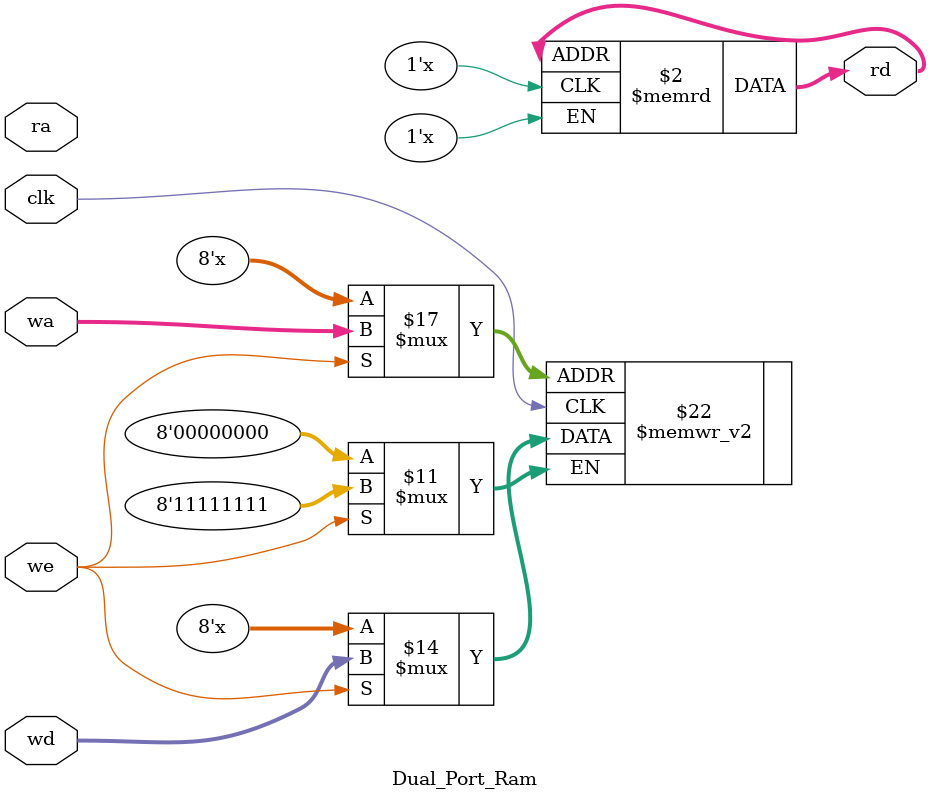
<source format=v>
`timescale 1ns / 1ps


module Dual_Port_Ram #(parameter MSB = 8, parameter addrsize = 8)(
    rd,
    clk,
    wd,
    ra,
    wa,
    we
    );
    
    parameter depth = 1<<addrsize;
    
    output [MSB-1:0]rd;
    input clk;
    input [MSB-1:0]wd;
    input [addrsize-1:0]ra;
    input [addrsize-1:0]wa;
    input we;
    
    reg [MSB-1:0] ram [0:depth-1];
    
    assign rd = ram[rd];
    
    always@(posedge clk)
    begin
        if(we)
            ram[wa]<=wd;
    end
endmodule

</source>
